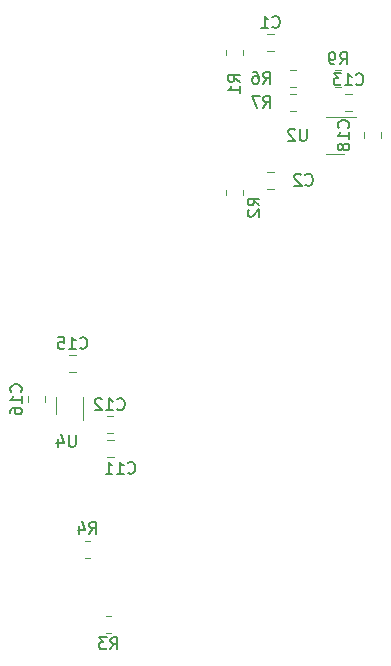
<source format=gbr>
G04 #@! TF.GenerationSoftware,KiCad,Pcbnew,(5.1.10)-1*
G04 #@! TF.CreationDate,2022-06-20T16:08:07+02:00*
G04 #@! TF.ProjectId,Project_Gmic,50726f6a-6563-4745-9f47-6d69632e6b69,V1.0*
G04 #@! TF.SameCoordinates,PX2e063a0PY928d170*
G04 #@! TF.FileFunction,Legend,Bot*
G04 #@! TF.FilePolarity,Positive*
%FSLAX46Y46*%
G04 Gerber Fmt 4.6, Leading zero omitted, Abs format (unit mm)*
G04 Created by KiCad (PCBNEW (5.1.10)-1) date 2022-06-20 16:08:07*
%MOMM*%
%LPD*%
G01*
G04 APERTURE LIST*
%ADD10C,0.120000*%
%ADD11C,0.150000*%
G04 APERTURE END LIST*
D10*
X36329252Y53113000D02*
X35806748Y53113000D01*
X36329252Y54583000D02*
X35806748Y54583000D01*
X36329252Y42899000D02*
X35806748Y42899000D01*
X36329252Y41429000D02*
X35806748Y41429000D01*
X22783392Y18716320D02*
X22260888Y18716320D01*
X22783392Y20186320D02*
X22260888Y20186320D01*
X42410748Y48033000D02*
X42933252Y48033000D01*
X42410748Y49503000D02*
X42933252Y49503000D01*
X45439000Y45712748D02*
X45439000Y46235252D01*
X43969000Y45712748D02*
X43969000Y46235252D01*
X32285000Y52755436D02*
X32285000Y53209564D01*
X33755000Y52755436D02*
X33755000Y53209564D01*
X33755000Y40920936D02*
X33755000Y41375064D01*
X32285000Y40920936D02*
X32285000Y41375064D01*
X22124936Y5307000D02*
X22579064Y5307000D01*
X22124936Y3837000D02*
X22579064Y3837000D01*
X20346936Y10187000D02*
X20801064Y10187000D01*
X20346936Y11657000D02*
X20801064Y11657000D01*
X38200064Y51535000D02*
X37745936Y51535000D01*
X38200064Y50065000D02*
X37745936Y50065000D01*
X38200064Y48033000D02*
X37745936Y48033000D01*
X38200064Y49503000D02*
X37745936Y49503000D01*
X42010064Y51535000D02*
X41555936Y51535000D01*
X42010064Y50065000D02*
X41555936Y50065000D01*
X41529000Y44414000D02*
X40729000Y44414000D01*
X41529000Y44414000D02*
X42329000Y44414000D01*
X41529000Y47534000D02*
X40729000Y47534000D01*
X41529000Y47534000D02*
X43329000Y47534000D01*
X22717392Y22218320D02*
X22194888Y22218320D01*
X22717392Y20748320D02*
X22194888Y20748320D01*
X19565252Y25935000D02*
X19042748Y25935000D01*
X19565252Y27405000D02*
X19042748Y27405000D01*
X15521000Y23883252D02*
X15521000Y23360748D01*
X16991000Y23883252D02*
X16991000Y23360748D01*
X17900000Y22414000D02*
X17900000Y23814000D01*
X20220000Y23814000D02*
X20220000Y21914000D01*
D11*
X36234666Y55170858D02*
X36282285Y55123239D01*
X36425142Y55075620D01*
X36520380Y55075620D01*
X36663238Y55123239D01*
X36758476Y55218477D01*
X36806095Y55313715D01*
X36853714Y55504191D01*
X36853714Y55647048D01*
X36806095Y55837524D01*
X36758476Y55932762D01*
X36663238Y56028000D01*
X36520380Y56075620D01*
X36425142Y56075620D01*
X36282285Y56028000D01*
X36234666Y55980381D01*
X35282285Y55075620D02*
X35853714Y55075620D01*
X35568000Y55075620D02*
X35568000Y56075620D01*
X35663238Y55932762D01*
X35758476Y55837524D01*
X35853714Y55789905D01*
X39028666Y41806858D02*
X39076285Y41759239D01*
X39219142Y41711620D01*
X39314380Y41711620D01*
X39457238Y41759239D01*
X39552476Y41854477D01*
X39600095Y41949715D01*
X39647714Y42140191D01*
X39647714Y42283048D01*
X39600095Y42473524D01*
X39552476Y42568762D01*
X39457238Y42664000D01*
X39314380Y42711620D01*
X39219142Y42711620D01*
X39076285Y42664000D01*
X39028666Y42616381D01*
X38647714Y42616381D02*
X38600095Y42664000D01*
X38504857Y42711620D01*
X38266761Y42711620D01*
X38171523Y42664000D01*
X38123904Y42616381D01*
X38076285Y42521143D01*
X38076285Y42425905D01*
X38123904Y42283048D01*
X38695333Y41711620D01*
X38076285Y41711620D01*
X24010857Y17422858D02*
X24058476Y17375239D01*
X24201333Y17327620D01*
X24296571Y17327620D01*
X24439428Y17375239D01*
X24534666Y17470477D01*
X24582285Y17565715D01*
X24629904Y17756191D01*
X24629904Y17899048D01*
X24582285Y18089524D01*
X24534666Y18184762D01*
X24439428Y18280000D01*
X24296571Y18327620D01*
X24201333Y18327620D01*
X24058476Y18280000D01*
X24010857Y18232381D01*
X23058476Y17327620D02*
X23629904Y17327620D01*
X23344190Y17327620D02*
X23344190Y18327620D01*
X23439428Y18184762D01*
X23534666Y18089524D01*
X23629904Y18041905D01*
X22106095Y17327620D02*
X22677523Y17327620D01*
X22391809Y17327620D02*
X22391809Y18327620D01*
X22487047Y18184762D01*
X22582285Y18089524D01*
X22677523Y18041905D01*
X43314857Y50315858D02*
X43362476Y50268239D01*
X43505333Y50220620D01*
X43600571Y50220620D01*
X43743428Y50268239D01*
X43838666Y50363477D01*
X43886285Y50458715D01*
X43933904Y50649191D01*
X43933904Y50792048D01*
X43886285Y50982524D01*
X43838666Y51077762D01*
X43743428Y51173000D01*
X43600571Y51220620D01*
X43505333Y51220620D01*
X43362476Y51173000D01*
X43314857Y51125381D01*
X42362476Y50220620D02*
X42933904Y50220620D01*
X42648190Y50220620D02*
X42648190Y51220620D01*
X42743428Y51077762D01*
X42838666Y50982524D01*
X42933904Y50934905D01*
X42029142Y51220620D02*
X41410095Y51220620D01*
X41743428Y50839667D01*
X41600571Y50839667D01*
X41505333Y50792048D01*
X41457714Y50744429D01*
X41410095Y50649191D01*
X41410095Y50411096D01*
X41457714Y50315858D01*
X41505333Y50268239D01*
X41600571Y50220620D01*
X41886285Y50220620D01*
X41981523Y50268239D01*
X42029142Y50315858D01*
X42648142Y46616858D02*
X42695761Y46664477D01*
X42743380Y46807334D01*
X42743380Y46902572D01*
X42695761Y47045429D01*
X42600523Y47140667D01*
X42505285Y47188286D01*
X42314809Y47235905D01*
X42171952Y47235905D01*
X41981476Y47188286D01*
X41886238Y47140667D01*
X41791000Y47045429D01*
X41743380Y46902572D01*
X41743380Y46807334D01*
X41791000Y46664477D01*
X41838619Y46616858D01*
X42743380Y45664477D02*
X42743380Y46235905D01*
X42743380Y45950191D02*
X41743380Y45950191D01*
X41886238Y46045429D01*
X41981476Y46140667D01*
X42029095Y46235905D01*
X42171952Y45093048D02*
X42124333Y45188286D01*
X42076714Y45235905D01*
X41981476Y45283524D01*
X41933857Y45283524D01*
X41838619Y45235905D01*
X41791000Y45188286D01*
X41743380Y45093048D01*
X41743380Y44902572D01*
X41791000Y44807334D01*
X41838619Y44759715D01*
X41933857Y44712096D01*
X41981476Y44712096D01*
X42076714Y44759715D01*
X42124333Y44807334D01*
X42171952Y44902572D01*
X42171952Y45093048D01*
X42219571Y45188286D01*
X42267190Y45235905D01*
X42362428Y45283524D01*
X42552904Y45283524D01*
X42648142Y45235905D01*
X42695761Y45188286D01*
X42743380Y45093048D01*
X42743380Y44902572D01*
X42695761Y44807334D01*
X42648142Y44759715D01*
X42552904Y44712096D01*
X42362428Y44712096D01*
X42267190Y44759715D01*
X42219571Y44807334D01*
X42171952Y44902572D01*
X33472380Y50505667D02*
X32996190Y50839000D01*
X33472380Y51077096D02*
X32472380Y51077096D01*
X32472380Y50696143D01*
X32520000Y50600905D01*
X32567619Y50553286D01*
X32662857Y50505667D01*
X32805714Y50505667D01*
X32900952Y50553286D01*
X32948571Y50600905D01*
X32996190Y50696143D01*
X32996190Y51077096D01*
X33472380Y49553286D02*
X33472380Y50124715D01*
X33472380Y49839000D02*
X32472380Y49839000D01*
X32615238Y49934239D01*
X32710476Y50029477D01*
X32758095Y50124715D01*
X35122380Y40044667D02*
X34646190Y40378000D01*
X35122380Y40616096D02*
X34122380Y40616096D01*
X34122380Y40235143D01*
X34170000Y40139905D01*
X34217619Y40092286D01*
X34312857Y40044667D01*
X34455714Y40044667D01*
X34550952Y40092286D01*
X34598571Y40139905D01*
X34646190Y40235143D01*
X34646190Y40616096D01*
X34217619Y39663715D02*
X34170000Y39616096D01*
X34122380Y39520858D01*
X34122380Y39282762D01*
X34170000Y39187524D01*
X34217619Y39139905D01*
X34312857Y39092286D01*
X34408095Y39092286D01*
X34550952Y39139905D01*
X35122380Y39711334D01*
X35122380Y39092286D01*
X22518666Y2469620D02*
X22852000Y2945810D01*
X23090095Y2469620D02*
X23090095Y3469620D01*
X22709142Y3469620D01*
X22613904Y3422000D01*
X22566285Y3374381D01*
X22518666Y3279143D01*
X22518666Y3136286D01*
X22566285Y3041048D01*
X22613904Y2993429D01*
X22709142Y2945810D01*
X23090095Y2945810D01*
X22185333Y3469620D02*
X21566285Y3469620D01*
X21899619Y3088667D01*
X21756761Y3088667D01*
X21661523Y3041048D01*
X21613904Y2993429D01*
X21566285Y2898191D01*
X21566285Y2660096D01*
X21613904Y2564858D01*
X21661523Y2517239D01*
X21756761Y2469620D01*
X22042476Y2469620D01*
X22137714Y2517239D01*
X22185333Y2564858D01*
X20740666Y12247620D02*
X21074000Y12723810D01*
X21312095Y12247620D02*
X21312095Y13247620D01*
X20931142Y13247620D01*
X20835904Y13200000D01*
X20788285Y13152381D01*
X20740666Y13057143D01*
X20740666Y12914286D01*
X20788285Y12819048D01*
X20835904Y12771429D01*
X20931142Y12723810D01*
X21312095Y12723810D01*
X19883523Y12914286D02*
X19883523Y12247620D01*
X20121619Y13295239D02*
X20359714Y12580953D01*
X19740666Y12580953D01*
X35472666Y50347620D02*
X35806000Y50823810D01*
X36044095Y50347620D02*
X36044095Y51347620D01*
X35663142Y51347620D01*
X35567904Y51300000D01*
X35520285Y51252381D01*
X35472666Y51157143D01*
X35472666Y51014286D01*
X35520285Y50919048D01*
X35567904Y50871429D01*
X35663142Y50823810D01*
X36044095Y50823810D01*
X34615523Y51347620D02*
X34806000Y51347620D01*
X34901238Y51300000D01*
X34948857Y51252381D01*
X35044095Y51109524D01*
X35091714Y50919048D01*
X35091714Y50538096D01*
X35044095Y50442858D01*
X34996476Y50395239D01*
X34901238Y50347620D01*
X34710761Y50347620D01*
X34615523Y50395239D01*
X34567904Y50442858D01*
X34520285Y50538096D01*
X34520285Y50776191D01*
X34567904Y50871429D01*
X34615523Y50919048D01*
X34710761Y50966667D01*
X34901238Y50966667D01*
X34996476Y50919048D01*
X35044095Y50871429D01*
X35091714Y50776191D01*
X35472666Y48315620D02*
X35806000Y48791810D01*
X36044095Y48315620D02*
X36044095Y49315620D01*
X35663142Y49315620D01*
X35567904Y49268000D01*
X35520285Y49220381D01*
X35472666Y49125143D01*
X35472666Y48982286D01*
X35520285Y48887048D01*
X35567904Y48839429D01*
X35663142Y48791810D01*
X36044095Y48791810D01*
X35139333Y49315620D02*
X34472666Y49315620D01*
X34901238Y48315620D01*
X41949666Y51997620D02*
X42283000Y52473810D01*
X42521095Y51997620D02*
X42521095Y52997620D01*
X42140142Y52997620D01*
X42044904Y52950000D01*
X41997285Y52902381D01*
X41949666Y52807143D01*
X41949666Y52664286D01*
X41997285Y52569048D01*
X42044904Y52521429D01*
X42140142Y52473810D01*
X42521095Y52473810D01*
X41473476Y51997620D02*
X41283000Y51997620D01*
X41187761Y52045239D01*
X41140142Y52092858D01*
X41044904Y52235715D01*
X40997285Y52426191D01*
X40997285Y52807143D01*
X41044904Y52902381D01*
X41092523Y52950000D01*
X41187761Y52997620D01*
X41378238Y52997620D01*
X41473476Y52950000D01*
X41521095Y52902381D01*
X41568714Y52807143D01*
X41568714Y52569048D01*
X41521095Y52473810D01*
X41473476Y52426191D01*
X41378238Y52378572D01*
X41187761Y52378572D01*
X41092523Y52426191D01*
X41044904Y52473810D01*
X40997285Y52569048D01*
X39115904Y46521620D02*
X39115904Y45712096D01*
X39068285Y45616858D01*
X39020666Y45569239D01*
X38925428Y45521620D01*
X38734952Y45521620D01*
X38639714Y45569239D01*
X38592095Y45616858D01*
X38544476Y45712096D01*
X38544476Y46521620D01*
X38115904Y46426381D02*
X38068285Y46474000D01*
X37973047Y46521620D01*
X37734952Y46521620D01*
X37639714Y46474000D01*
X37592095Y46426381D01*
X37544476Y46331143D01*
X37544476Y46235905D01*
X37592095Y46093048D01*
X38163523Y45521620D01*
X37544476Y45521620D01*
X23098997Y22806178D02*
X23146616Y22758559D01*
X23289473Y22710940D01*
X23384711Y22710940D01*
X23527568Y22758559D01*
X23622806Y22853797D01*
X23670425Y22949035D01*
X23718044Y23139511D01*
X23718044Y23282368D01*
X23670425Y23472844D01*
X23622806Y23568082D01*
X23527568Y23663320D01*
X23384711Y23710940D01*
X23289473Y23710940D01*
X23146616Y23663320D01*
X23098997Y23615701D01*
X22146616Y22710940D02*
X22718044Y22710940D01*
X22432330Y22710940D02*
X22432330Y23710940D01*
X22527568Y23568082D01*
X22622806Y23472844D01*
X22718044Y23425225D01*
X21765663Y23615701D02*
X21718044Y23663320D01*
X21622806Y23710940D01*
X21384711Y23710940D01*
X21289473Y23663320D01*
X21241854Y23615701D01*
X21194235Y23520463D01*
X21194235Y23425225D01*
X21241854Y23282368D01*
X21813282Y22710940D01*
X21194235Y22710940D01*
X19946857Y27992858D02*
X19994476Y27945239D01*
X20137333Y27897620D01*
X20232571Y27897620D01*
X20375428Y27945239D01*
X20470666Y28040477D01*
X20518285Y28135715D01*
X20565904Y28326191D01*
X20565904Y28469048D01*
X20518285Y28659524D01*
X20470666Y28754762D01*
X20375428Y28850000D01*
X20232571Y28897620D01*
X20137333Y28897620D01*
X19994476Y28850000D01*
X19946857Y28802381D01*
X18994476Y27897620D02*
X19565904Y27897620D01*
X19280190Y27897620D02*
X19280190Y28897620D01*
X19375428Y28754762D01*
X19470666Y28659524D01*
X19565904Y28611905D01*
X18089714Y28897620D02*
X18565904Y28897620D01*
X18613523Y28421429D01*
X18565904Y28469048D01*
X18470666Y28516667D01*
X18232571Y28516667D01*
X18137333Y28469048D01*
X18089714Y28421429D01*
X18042095Y28326191D01*
X18042095Y28088096D01*
X18089714Y27992858D01*
X18137333Y27945239D01*
X18232571Y27897620D01*
X18470666Y27897620D01*
X18565904Y27945239D01*
X18613523Y27992858D01*
X14933142Y24264858D02*
X14980761Y24312477D01*
X15028380Y24455334D01*
X15028380Y24550572D01*
X14980761Y24693429D01*
X14885523Y24788667D01*
X14790285Y24836286D01*
X14599809Y24883905D01*
X14456952Y24883905D01*
X14266476Y24836286D01*
X14171238Y24788667D01*
X14076000Y24693429D01*
X14028380Y24550572D01*
X14028380Y24455334D01*
X14076000Y24312477D01*
X14123619Y24264858D01*
X15028380Y23312477D02*
X15028380Y23883905D01*
X15028380Y23598191D02*
X14028380Y23598191D01*
X14171238Y23693429D01*
X14266476Y23788667D01*
X14314095Y23883905D01*
X14028380Y22455334D02*
X14028380Y22645810D01*
X14076000Y22741048D01*
X14123619Y22788667D01*
X14266476Y22883905D01*
X14456952Y22931524D01*
X14837904Y22931524D01*
X14933142Y22883905D01*
X14980761Y22836286D01*
X15028380Y22741048D01*
X15028380Y22550572D01*
X14980761Y22455334D01*
X14933142Y22407715D01*
X14837904Y22360096D01*
X14599809Y22360096D01*
X14504571Y22407715D01*
X14456952Y22455334D01*
X14409333Y22550572D01*
X14409333Y22741048D01*
X14456952Y22836286D01*
X14504571Y22883905D01*
X14599809Y22931524D01*
X19557904Y20613620D02*
X19557904Y19804096D01*
X19510285Y19708858D01*
X19462666Y19661239D01*
X19367428Y19613620D01*
X19176952Y19613620D01*
X19081714Y19661239D01*
X19034095Y19708858D01*
X18986476Y19804096D01*
X18986476Y20613620D01*
X18081714Y20280286D02*
X18081714Y19613620D01*
X18319809Y20661239D02*
X18557904Y19946953D01*
X17938857Y19946953D01*
M02*

</source>
